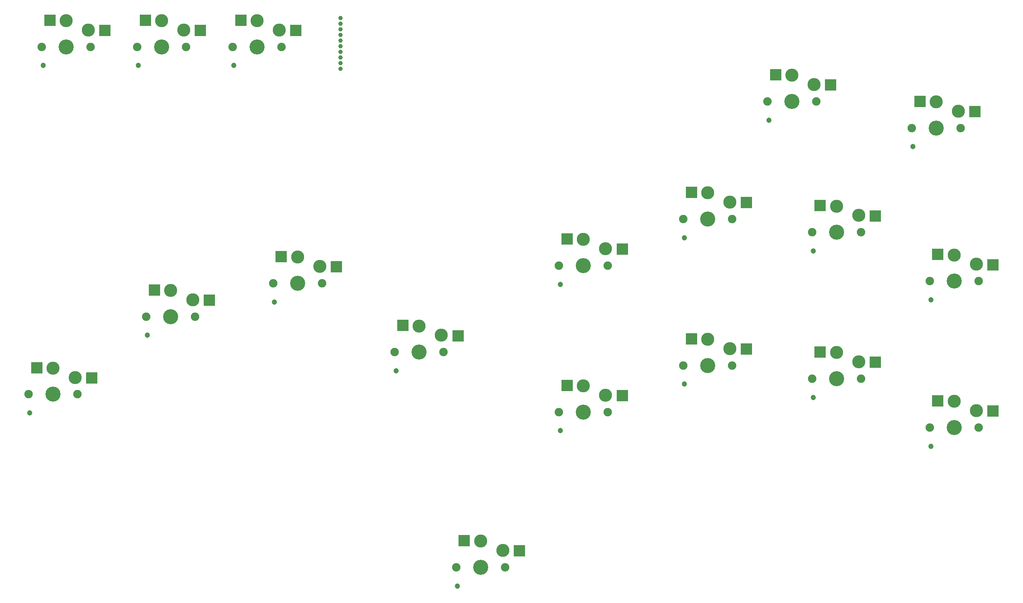
<source format=gbs>
%TF.GenerationSoftware,KiCad,Pcbnew,7.0.7*%
%TF.CreationDate,2024-03-12T09:27:44-04:00*%
%TF.ProjectId,AngelsBox_PCB,416e6765-6c73-4426-9f78-5f5043422e6b,rev?*%
%TF.SameCoordinates,Original*%
%TF.FileFunction,Soldermask,Bot*%
%TF.FilePolarity,Negative*%
%FSLAX46Y46*%
G04 Gerber Fmt 4.6, Leading zero omitted, Abs format (unit mm)*
G04 Created by KiCad (PCBNEW 7.0.7) date 2024-03-12 09:27:44*
%MOMM*%
%LPD*%
G01*
G04 APERTURE LIST*
%ADD10C,1.900000*%
%ADD11C,1.200000*%
%ADD12C,2.950000*%
%ADD13C,3.400000*%
%ADD14R,2.600000X2.600000*%
%ADD15C,1.000000*%
G04 APERTURE END LIST*
D10*
%TO.C,Choc1*%
X123045000Y-137006000D03*
D11*
X123325000Y-141206000D03*
D12*
X128545000Y-131106000D03*
D13*
X128545000Y-137006000D03*
D12*
X133545000Y-133206000D03*
D10*
X134045000Y-137006000D03*
D14*
X124878914Y-131006000D03*
X137275000Y-133306000D03*
%TD*%
D10*
%TO.C,Choc2*%
X149545000Y-119506000D03*
D11*
X149825000Y-123706000D03*
D12*
X155045000Y-113606000D03*
D13*
X155045000Y-119506000D03*
D12*
X160045000Y-115706000D03*
D10*
X160545000Y-119506000D03*
D14*
X151378914Y-113506000D03*
X163775000Y-115806000D03*
%TD*%
D10*
%TO.C,Choc7*%
X270545000Y-97506000D03*
D11*
X270825000Y-101706000D03*
D12*
X276045000Y-91606000D03*
D13*
X276045000Y-97506000D03*
D12*
X281045000Y-93706000D03*
D10*
X281545000Y-97506000D03*
D14*
X272378914Y-91506000D03*
X284775000Y-93806000D03*
%TD*%
D10*
%TO.C,Choc14*%
X289525000Y-71006000D03*
D11*
X289805000Y-75206000D03*
D12*
X295025000Y-65106000D03*
D13*
X295025000Y-71006000D03*
D12*
X300025000Y-67206000D03*
D10*
X300525000Y-71006000D03*
D14*
X291358914Y-65006000D03*
X303755000Y-67306000D03*
%TD*%
D10*
%TO.C,Choc4*%
X205545000Y-127506000D03*
D11*
X205825000Y-131706000D03*
D12*
X211045000Y-121606000D03*
D13*
X211045000Y-127506000D03*
D12*
X216045000Y-123706000D03*
D10*
X216545000Y-127506000D03*
D14*
X207378914Y-121506000D03*
X219775000Y-123806000D03*
%TD*%
D10*
%TO.C,Choc8*%
X242545000Y-141006000D03*
D11*
X242825000Y-145206000D03*
D12*
X248045000Y-135106000D03*
D13*
X248045000Y-141006000D03*
D12*
X253045000Y-137206000D03*
D10*
X253545000Y-141006000D03*
D14*
X244378914Y-135006000D03*
X256775000Y-137306000D03*
%TD*%
D10*
%TO.C,Choc9*%
X270545000Y-130506000D03*
D11*
X270825000Y-134706000D03*
D12*
X276045000Y-124606000D03*
D13*
X276045000Y-130506000D03*
D12*
X281045000Y-126706000D03*
D10*
X281545000Y-130506000D03*
D14*
X272378914Y-124506000D03*
X284775000Y-126806000D03*
%TD*%
D10*
%TO.C,Choc6*%
X242545000Y-108006000D03*
D11*
X242825000Y-112206000D03*
D12*
X248045000Y-102106000D03*
D13*
X248045000Y-108006000D03*
D12*
X253045000Y-104206000D03*
D10*
X253545000Y-108006000D03*
D14*
X244378914Y-102006000D03*
X256775000Y-104306000D03*
%TD*%
D10*
%TO.C,Choc15*%
X322025000Y-77006000D03*
D11*
X322305000Y-81206000D03*
D12*
X327525000Y-71106000D03*
D13*
X327525000Y-77006000D03*
D12*
X332525000Y-73206000D03*
D10*
X333025000Y-77006000D03*
D14*
X323858914Y-71006000D03*
X336255000Y-73306000D03*
%TD*%
D10*
%TO.C,Choc10*%
X299545000Y-133506000D03*
D11*
X299825000Y-137706000D03*
D12*
X305045000Y-127606000D03*
D13*
X305045000Y-133506000D03*
D12*
X310045000Y-129706000D03*
D10*
X310545000Y-133506000D03*
D14*
X301378914Y-127506000D03*
X313775000Y-129806000D03*
%TD*%
D10*
%TO.C,Choc11*%
X299545000Y-100506000D03*
D11*
X299825000Y-104706000D03*
D12*
X305045000Y-94606000D03*
D13*
X305045000Y-100506000D03*
D12*
X310045000Y-96706000D03*
D10*
X310545000Y-100506000D03*
D14*
X301378914Y-94506000D03*
X313775000Y-96806000D03*
%TD*%
D10*
%TO.C,Choc16*%
X126025000Y-58726000D03*
D11*
X126305000Y-62926000D03*
D12*
X131525000Y-52826000D03*
D13*
X131525000Y-58726000D03*
D12*
X136525000Y-54926000D03*
D10*
X137025000Y-58726000D03*
D14*
X127858914Y-52726000D03*
X140255000Y-55026000D03*
%TD*%
D10*
%TO.C,Choc13*%
X326045000Y-144506000D03*
D11*
X326325000Y-148706000D03*
D12*
X331545000Y-138606000D03*
D13*
X331545000Y-144506000D03*
D12*
X336545000Y-140706000D03*
D10*
X337045000Y-144506000D03*
D14*
X327878914Y-138506000D03*
X340275000Y-140806000D03*
%TD*%
D10*
%TO.C,Choc12*%
X326045000Y-111506000D03*
D11*
X326325000Y-115706000D03*
D12*
X331545000Y-105606000D03*
D13*
X331545000Y-111506000D03*
D12*
X336545000Y-107706000D03*
D10*
X337045000Y-111506000D03*
D14*
X327878914Y-105506000D03*
X340275000Y-107806000D03*
%TD*%
D10*
%TO.C,Choc17*%
X147525000Y-58726000D03*
D11*
X147805000Y-62926000D03*
D12*
X153025000Y-52826000D03*
D13*
X153025000Y-58726000D03*
D12*
X158025000Y-54926000D03*
D10*
X158525000Y-58726000D03*
D14*
X149358914Y-52726000D03*
X161755000Y-55026000D03*
%TD*%
D10*
%TO.C,Choc3*%
X178145000Y-112006000D03*
D11*
X178425000Y-116206000D03*
D12*
X183645000Y-106106000D03*
D13*
X183645000Y-112006000D03*
D12*
X188645000Y-108206000D03*
D10*
X189145000Y-112006000D03*
D14*
X179978914Y-106006000D03*
X192375000Y-108306000D03*
%TD*%
D10*
%TO.C,Choc5*%
X219368750Y-176006000D03*
D11*
X219648750Y-180206000D03*
D12*
X224868750Y-170106000D03*
D13*
X224868750Y-176006000D03*
D12*
X229868750Y-172206000D03*
D10*
X230368750Y-176006000D03*
D14*
X221202664Y-170006000D03*
X233598750Y-172306000D03*
%TD*%
D10*
%TO.C,Choc18*%
X169025000Y-58726000D03*
D11*
X169305000Y-62926000D03*
D12*
X174525000Y-52826000D03*
D13*
X174525000Y-58726000D03*
D12*
X179525000Y-54926000D03*
D10*
X180025000Y-58726000D03*
D14*
X170858914Y-52726000D03*
X183255000Y-55026000D03*
%TD*%
D15*
%TO.C,U1*%
X193277000Y-63652000D03*
X193277000Y-62382000D03*
X193277000Y-61112000D03*
X193277000Y-59842000D03*
X193277000Y-58572000D03*
X193277000Y-57302000D03*
X193277000Y-56032000D03*
X193277000Y-54762000D03*
X193277000Y-53492000D03*
X193277000Y-52222000D03*
%TD*%
M02*

</source>
